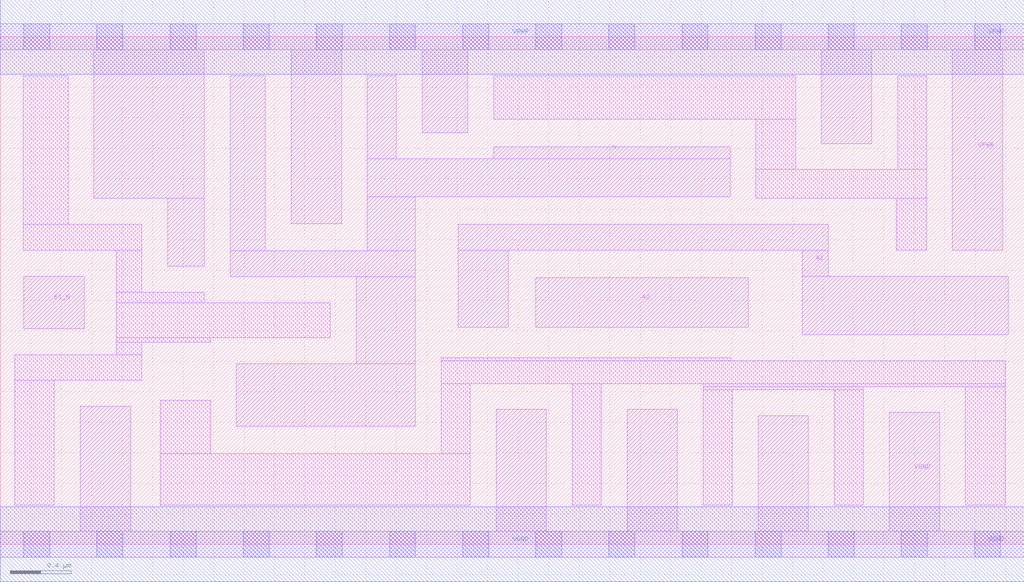
<source format=lef>
# Copyright 2020 The SkyWater PDK Authors
#
# Licensed under the Apache License, Version 2.0 (the "License");
# you may not use this file except in compliance with the License.
# You may obtain a copy of the License at
#
#     https://www.apache.org/licenses/LICENSE-2.0
#
# Unless required by applicable law or agreed to in writing, software
# distributed under the License is distributed on an "AS IS" BASIS,
# WITHOUT WARRANTIES OR CONDITIONS OF ANY KIND, either express or implied.
# See the License for the specific language governing permissions and
# limitations under the License.
#
# SPDX-License-Identifier: Apache-2.0

VERSION 5.7 ;
  NAMESCASESENSITIVE ON ;
  NOWIREEXTENSIONATPIN ON ;
  DIVIDERCHAR "/" ;
  BUSBITCHARS "[]" ;
UNITS
  DATABASE MICRONS 200 ;
END UNITS
MACRO sky130_fd_sc_lp__o21bai_4
  CLASS CORE ;
  SOURCE USER ;
  FOREIGN sky130_fd_sc_lp__o21bai_4 ;
  ORIGIN  0.000000  0.000000 ;
  SIZE  6.720000 BY  3.330000 ;
  SYMMETRY X Y R90 ;
  SITE unit ;
  PIN A1
    ANTENNAGATEAREA  1.260000 ;
    DIRECTION INPUT ;
    USE SIGNAL ;
    PORT
      LAYER li1 ;
        RECT 3.005000 1.425000 3.335000 1.930000 ;
        RECT 3.005000 1.930000 5.435000 2.100000 ;
        RECT 5.265000 1.375000 6.615000 1.760000 ;
        RECT 5.265000 1.760000 5.435000 1.930000 ;
    END
  END A1
  PIN A2
    ANTENNAGATEAREA  1.260000 ;
    DIRECTION INPUT ;
    USE SIGNAL ;
    PORT
      LAYER li1 ;
        RECT 3.515000 1.425000 4.910000 1.750000 ;
    END
  END A2
  PIN B1_N
    ANTENNAGATEAREA  0.315000 ;
    DIRECTION INPUT ;
    USE SIGNAL ;
    PORT
      LAYER li1 ;
        RECT 0.155000 1.415000 0.550000 1.760000 ;
    END
  END B1_N
  PIN Y
    ANTENNADIFFAREA  1.881600 ;
    DIRECTION OUTPUT ;
    USE SIGNAL ;
    PORT
      LAYER li1 ;
        RECT 1.510000 1.755000 2.725000 1.925000 ;
        RECT 1.510000 1.925000 1.740000 3.075000 ;
        RECT 1.550000 0.775000 2.725000 1.185000 ;
        RECT 2.335000 1.185000 2.725000 1.755000 ;
        RECT 2.410000 1.925000 2.725000 2.280000 ;
        RECT 2.410000 2.280000 4.790000 2.530000 ;
        RECT 2.410000 2.530000 2.600000 3.075000 ;
        RECT 3.240000 2.530000 4.790000 2.610000 ;
    END
  END Y
  PIN VGND
    DIRECTION INOUT ;
    USE GROUND ;
    PORT
      LAYER li1 ;
        RECT 0.000000 -0.085000 6.720000 0.085000 ;
        RECT 0.525000  0.085000 0.855000 0.905000 ;
        RECT 3.255000  0.085000 3.585000 0.885000 ;
        RECT 4.115000  0.085000 4.445000 0.885000 ;
        RECT 4.975000  0.085000 5.305000 0.845000 ;
        RECT 5.835000  0.085000 6.165000 0.865000 ;
      LAYER mcon ;
        RECT 0.155000 -0.085000 0.325000 0.085000 ;
        RECT 0.635000 -0.085000 0.805000 0.085000 ;
        RECT 1.115000 -0.085000 1.285000 0.085000 ;
        RECT 1.595000 -0.085000 1.765000 0.085000 ;
        RECT 2.075000 -0.085000 2.245000 0.085000 ;
        RECT 2.555000 -0.085000 2.725000 0.085000 ;
        RECT 3.035000 -0.085000 3.205000 0.085000 ;
        RECT 3.515000 -0.085000 3.685000 0.085000 ;
        RECT 3.995000 -0.085000 4.165000 0.085000 ;
        RECT 4.475000 -0.085000 4.645000 0.085000 ;
        RECT 4.955000 -0.085000 5.125000 0.085000 ;
        RECT 5.435000 -0.085000 5.605000 0.085000 ;
        RECT 5.915000 -0.085000 6.085000 0.085000 ;
        RECT 6.395000 -0.085000 6.565000 0.085000 ;
      LAYER met1 ;
        RECT 0.000000 -0.245000 6.720000 0.245000 ;
    END
  END VGND
  PIN VPWR
    DIRECTION INOUT ;
    USE POWER ;
    PORT
      LAYER li1 ;
        RECT 0.000000 3.245000 6.720000 3.415000 ;
        RECT 0.615000 2.270000 1.340000 3.245000 ;
        RECT 1.100000 1.825000 1.340000 2.270000 ;
        RECT 1.910000 2.105000 2.240000 3.245000 ;
        RECT 2.770000 2.700000 3.070000 3.245000 ;
        RECT 5.390000 2.630000 5.720000 3.245000 ;
        RECT 6.250000 1.930000 6.580000 3.245000 ;
      LAYER mcon ;
        RECT 0.155000 3.245000 0.325000 3.415000 ;
        RECT 0.635000 3.245000 0.805000 3.415000 ;
        RECT 1.115000 3.245000 1.285000 3.415000 ;
        RECT 1.595000 3.245000 1.765000 3.415000 ;
        RECT 2.075000 3.245000 2.245000 3.415000 ;
        RECT 2.555000 3.245000 2.725000 3.415000 ;
        RECT 3.035000 3.245000 3.205000 3.415000 ;
        RECT 3.515000 3.245000 3.685000 3.415000 ;
        RECT 3.995000 3.245000 4.165000 3.415000 ;
        RECT 4.475000 3.245000 4.645000 3.415000 ;
        RECT 4.955000 3.245000 5.125000 3.415000 ;
        RECT 5.435000 3.245000 5.605000 3.415000 ;
        RECT 5.915000 3.245000 6.085000 3.415000 ;
        RECT 6.395000 3.245000 6.565000 3.415000 ;
      LAYER met1 ;
        RECT 0.000000 3.085000 6.720000 3.575000 ;
    END
  END VPWR
  OBS
    LAYER li1 ;
      RECT 0.095000 0.255000 0.355000 1.075000 ;
      RECT 0.095000 1.075000 0.930000 1.245000 ;
      RECT 0.150000 1.930000 0.930000 2.100000 ;
      RECT 0.150000 2.100000 0.445000 3.075000 ;
      RECT 0.760000 1.245000 0.930000 1.325000 ;
      RECT 0.760000 1.325000 1.380000 1.355000 ;
      RECT 0.760000 1.355000 2.165000 1.585000 ;
      RECT 0.760000 1.585000 1.340000 1.655000 ;
      RECT 0.760000 1.655000 0.930000 1.930000 ;
      RECT 1.050000 0.255000 3.085000 0.595000 ;
      RECT 1.050000 0.595000 1.380000 0.945000 ;
      RECT 2.895000 0.595000 3.085000 1.055000 ;
      RECT 2.895000 1.055000 6.595000 1.205000 ;
      RECT 2.895000 1.205000 4.795000 1.225000 ;
      RECT 3.240000 2.790000 5.220000 3.075000 ;
      RECT 3.755000 0.255000 3.945000 1.055000 ;
      RECT 4.615000 0.255000 4.805000 1.015000 ;
      RECT 4.615000 1.015000 5.665000 1.035000 ;
      RECT 4.615000 1.035000 6.595000 1.055000 ;
      RECT 4.960000 2.270000 6.080000 2.460000 ;
      RECT 4.960000 2.460000 5.220000 2.790000 ;
      RECT 5.475000 0.255000 5.665000 1.015000 ;
      RECT 5.880000 1.930000 6.080000 2.270000 ;
      RECT 5.890000 2.460000 6.080000 3.075000 ;
      RECT 6.335000 0.255000 6.595000 1.035000 ;
  END
END sky130_fd_sc_lp__o21bai_4

</source>
